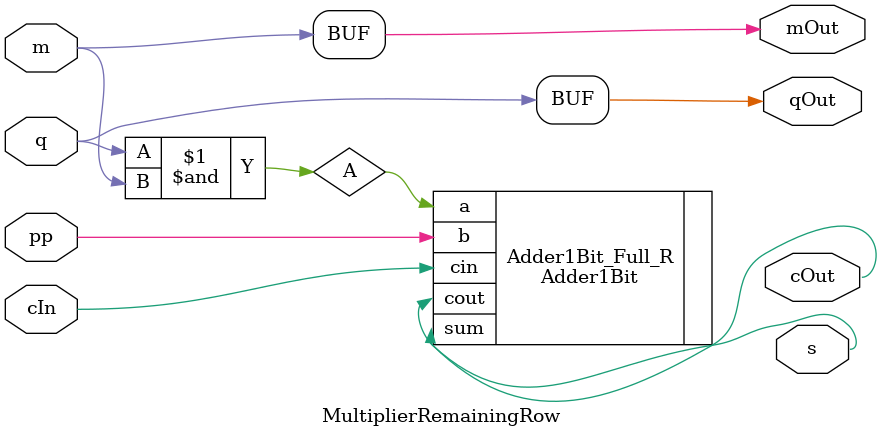
<source format=v>
module MultiplierRemainingRow (
//inputs for the remaining row of multiplier
    input  pp,
    input  m,
    input  q,
    input  cIn,
//outputs for remaining row of multiplier    
    output qOut,
    output cOut,
    output mOut,
    output s
);

//Declaring the wire for interconnecting the gates and carrying the signals 
	wire A;

	assign mOut = m;
	assign qOut = q;	
	
//Performing AND operation 
//with q, pp and capturing the signalin wire A
	and(A,q,m);

//Performing 1 bit full adder operation to the code
//instancing 1 bit full adder operation from Addr1Bit.v file
	Adder1Bit Adder1Bit_Full_R(
		.a(A),
		.b(pp),
		.cin(cIn),
		.sum(s),
		.cout(cOut)
	);




endmodule

</source>
